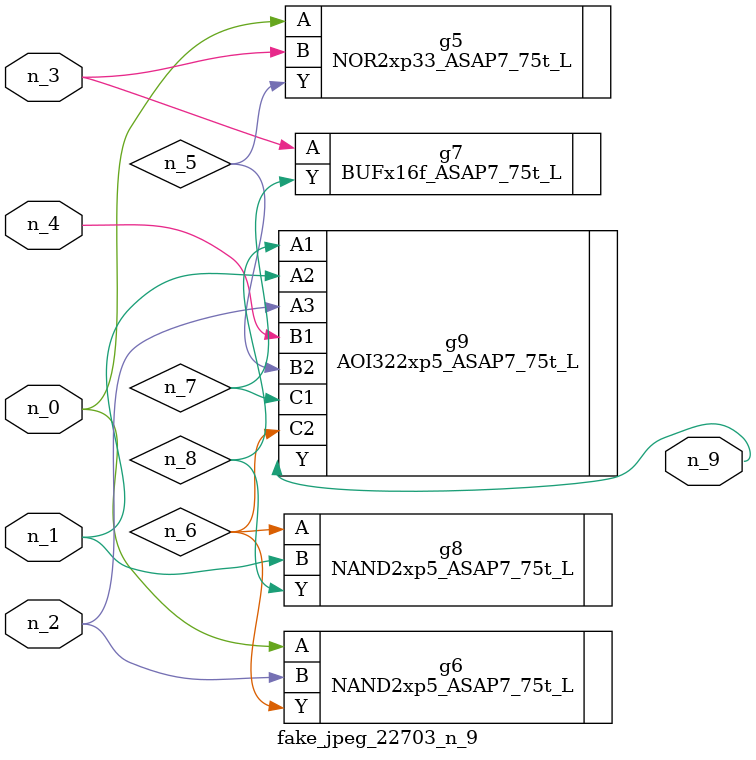
<source format=v>
module fake_jpeg_22703_n_9 (n_3, n_2, n_1, n_0, n_4, n_9);

input n_3;
input n_2;
input n_1;
input n_0;
input n_4;

output n_9;

wire n_8;
wire n_6;
wire n_5;
wire n_7;

NOR2xp33_ASAP7_75t_L g5 ( 
.A(n_0),
.B(n_3),
.Y(n_5)
);

NAND2xp5_ASAP7_75t_L g6 ( 
.A(n_0),
.B(n_2),
.Y(n_6)
);

BUFx16f_ASAP7_75t_L g7 ( 
.A(n_3),
.Y(n_7)
);

NAND2xp5_ASAP7_75t_L g8 ( 
.A(n_6),
.B(n_1),
.Y(n_8)
);

AOI322xp5_ASAP7_75t_L g9 ( 
.A1(n_8),
.A2(n_1),
.A3(n_2),
.B1(n_4),
.B2(n_5),
.C1(n_7),
.C2(n_6),
.Y(n_9)
);


endmodule
</source>
